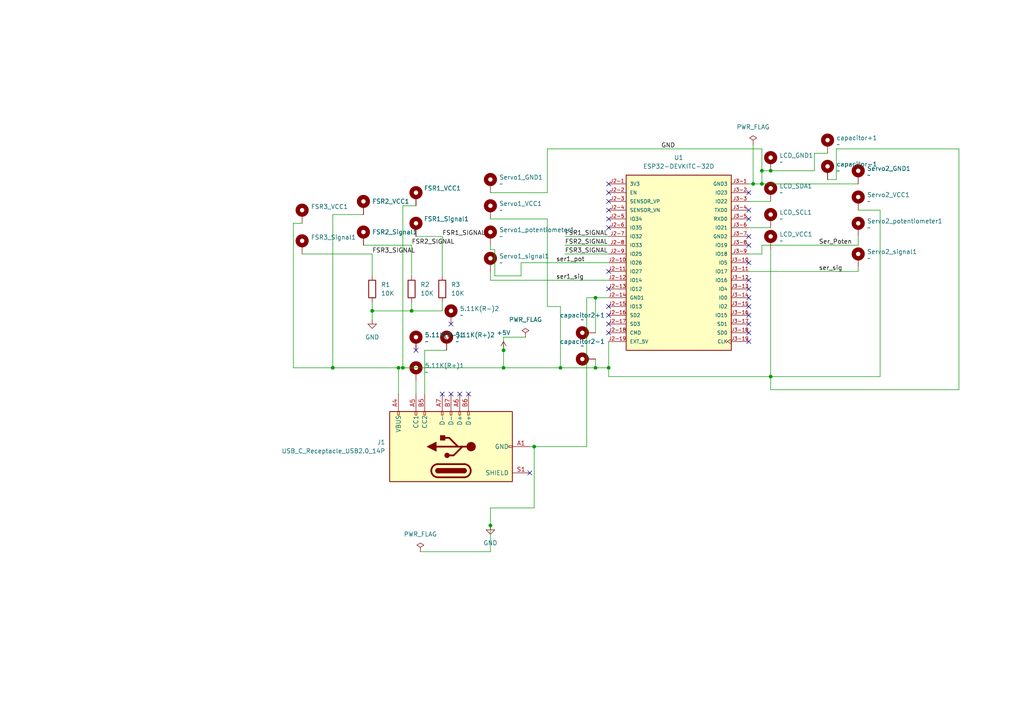
<source format=kicad_sch>
(kicad_sch (version 20250114) (generator "eeschema") (generator_version "9.0")
  (paper "A4")
  (lib_symbols
    (symbol "Connector:USB_C_Receptacle_USB2.0_14P" (pin_names (offset 1.016))
      (property "Reference" "J" (at 0 22.225 0))
      (property "Value" "USB_C_Receptacle_USB2.0_14P" (at 0 19.685 0))
      (symbol "USB_C_Receptacle_USB2.0_14P_0_0"
        (rectangle (start -0.254 -17.78) (end 0.254 -16.764))
        (rectangle (start 10.16 15.494) (end 9.144 14.986))
        (rectangle (start 10.16 10.414) (end 9.144 9.906))
        (rectangle (start 10.16 7.874) (end 9.144 7.366))
        (rectangle (start 10.16 2.794) (end 9.144 2.286))
        (rectangle (start 10.16 0.254) (end 9.144 -0.254))
        (rectangle (start 10.16 -2.286) (end 9.144 -2.794))
        (rectangle (start 10.16 -4.826) (end 9.144 -5.334))
      )
      (symbol "USB_C_Receptacle_USB2.0_14P_0_1"
        (rectangle (start -10.16 17.78) (end 10.16 -17.78) (stroke (width 0.254)) (fill (type background)))
        (polyline (pts (xy -8.89 -3.81) (xy -8.89 3.81)) (stroke (width 0.508)))
        (rectangle (start -7.62 -3.81) (end -6.35 3.81) (stroke (width 0.254)) (fill (type outline)))
        (arc (start -7.62 3.81) (mid -6.985 4.4423) (end -6.35 3.81) (stroke (width 0.254)))
        (arc (start -7.62 3.81) (mid -6.985 4.4423) (end -6.35 3.81) (stroke (width 0.254)) (fill (type outline)))
        (arc (start -8.89 3.81) (mid -6.985 5.7067) (end -5.08 3.81) (stroke (width 0.508)))
        (arc (start -5.08 -3.81) (mid -6.985 -5.7067) (end -8.89 -3.81) (stroke (width 0.508)))
        (arc (start -6.35 -3.81) (mid -6.985 -4.4423) (end -7.62 -3.81) (stroke (width 0.254)))
        (arc (start -6.35 -3.81) (mid -6.985 -4.4423) (end -7.62 -3.81) (stroke (width 0.254)) (fill (type outline)))
        (polyline (pts (xy -5.08 3.81) (xy -5.08 -3.81)) (stroke (width 0.508)))
        (circle (center -2.54 1.143) (radius 0.635) (stroke (width 0.254)) (fill (type outline)))
        (polyline (pts (xy -1.27 4.318) (xy 0 6.858) (xy 1.27 4.318) (xy -1.27 4.318)) (stroke (width 0.254)) (fill (type outline)))
        (polyline (pts (xy 0 -2.032) (xy 2.54 0.508) (xy 2.54 1.778)) (stroke (width 0.508)))
        (polyline (pts (xy 0 -3.302) (xy -2.54 -0.762) (xy -2.54 0.508)) (stroke (width 0.508)))
        (polyline (pts (xy 0 -5.842) (xy 0 4.318)) (stroke (width 0.508)))
        (circle (center 0 -5.842) (radius 1.27) (fill (type outline)))
        (rectangle (start 1.905 1.778) (end 3.175 3.048) (stroke (width 0.254)) (fill (type outline)))
      )
      (symbol "USB_C_Receptacle_USB2.0_14P_1_1"
        (pin passive line (at -7.62 -22.86 90) (length 5.08) (name "SHIELD") (number "S1"))
        (pin passive line (at 0 -22.86 90) (length 5.08) (name "GND") (number "A1"))
        (pin passive line (at 0 -22.86 90) (length 5.08) (hide yes) (name "GND") (number "A12"))
        (pin passive line (at 0 -22.86 90) (length 5.08) (hide yes) (name "GND") (number "B1"))
        (pin passive line (at 0 -22.86 90) (length 5.08) (hide yes) (name "GND") (number "B12"))
        (pin passive line (at 15.24 15.24 180) (length 5.08) (name "VBUS") (number "A4"))
        (pin passive line (at 15.24 15.24 180) (length 5.08) (hide yes) (name "VBUS") (number "A9"))
        (pin passive line (at 15.24 15.24 180) (length 5.08) (hide yes) (name "VBUS") (number "B4"))
        (pin passive line (at 15.24 15.24 180) (length 5.08) (hide yes) (name "VBUS") (number "B9"))
        (pin bidirectional line (at 15.24 10.16 180) (length 5.08) (name "CC1") (number "A5"))
        (pin bidirectional line (at 15.24 7.62 180) (length 5.08) (name "CC2") (number "B5"))
        (pin bidirectional line (at 15.24 2.54 180) (length 5.08) (name "D-") (number "A7"))
        (pin bidirectional line (at 15.24 0 180) (length 5.08) (name "D-") (number "B7"))
        (pin bidirectional line (at 15.24 -2.54 180) (length 5.08) (name "D+") (number "A6"))
        (pin bidirectional line (at 15.24 -5.08 180) (length 5.08) (name "D+") (number "B6"))
      )
    )
    (symbol "Device:R" (pin_numbers (hide yes)) (pin_names (offset 0))
      (property "Reference" "R" (at 2.032 0 90))
      (property "Value" "R" (at 0 0 90))
      (symbol "R_0_1"
        (rectangle (start -1.016 -2.54) (end 1.016 2.54) (stroke (width 0.254)))
      )
      (symbol "R_1_1"
        (pin passive line (at 0 3.81 270) (length 1.27) (name "~") (number "1"))
        (pin passive line (at 0 -3.81 90) (length 1.27) (name "~") (number "2"))
      )
    )
    (symbol "ESP32-DEVKITC-32D:ESP32-DEVKITC-32D" (pin_names (offset 1.016))
      (property "Reference" "U" (at -15.2572 26.0643 0))
      (property "Value" "ESP32-DEVKITC-32D" (at -15.2563 -27.9698 0))
      (symbol "ESP32-DEVKITC-32D_0_0"
        (rectangle (start -15.24 -25.4) (end 15.24 25.4) (stroke (width 0.254)) (fill (type background)))
        (pin power_in line (at -20.32 22.86 0) (length 5.08) (name "3V3") (number "J2-1"))
        (pin input line (at -20.32 20.32 0) (length 5.08) (name "EN") (number "J2-2"))
        (pin input line (at -20.32 17.78 0) (length 5.08) (name "SENSOR_VP") (number "J2-3"))
        (pin input line (at -20.32 15.24 0) (length 5.08) (name "SENSOR_VN") (number "J2-4"))
        (pin bidirectional line (at -20.32 12.7 0) (length 5.08) (name "IO34") (number "J2-5"))
        (pin bidirectional line (at -20.32 10.16 0) (length 5.08) (name "IO35") (number "J2-6"))
        (pin bidirectional line (at -20.32 7.62 0) (length 5.08) (name "IO32") (number "J2-7"))
        (pin bidirectional line (at -20.32 5.08 0) (length 5.08) (name "IO33") (number "J2-8"))
        (pin bidirectional line (at -20.32 2.54 0) (length 5.08) (name "IO25") (number "J2-9"))
        (pin bidirectional line (at -20.32 0 0) (length 5.08) (name "IO26") (number "J2-10"))
        (pin bidirectional line (at -20.32 -2.54 0) (length 5.08) (name "IO27") (number "J2-11"))
        (pin bidirectional line (at -20.32 -5.08 0) (length 5.08) (name "IO14") (number "J2-12"))
        (pin bidirectional line (at -20.32 -7.62 0) (length 5.08) (name "IO12") (number "J2-13"))
        (pin power_in line (at -20.32 -10.16 0) (length 5.08) (name "GND1") (number "J2-14"))
        (pin bidirectional line (at -20.32 -12.7 0) (length 5.08) (name "IO13") (number "J2-15"))
        (pin bidirectional line (at -20.32 -15.24 0) (length 5.08) (name "SD2") (number "J2-16"))
        (pin bidirectional line (at -20.32 -17.78 0) (length 5.08) (name "SD3") (number "J2-17"))
        (pin bidirectional line (at -20.32 -20.32 0) (length 5.08) (name "CMD") (number "J2-18"))
        (pin power_in line (at -20.32 -22.86 0) (length 5.08) (name "EXT_5V") (number "J2-19"))
        (pin power_in line (at 20.32 22.86 180) (length 5.08) (name "GND3") (number "J3-1"))
        (pin bidirectional line (at 20.32 20.32 180) (length 5.08) (name "IO23") (number "J3-2"))
        (pin bidirectional line (at 20.32 17.78 180) (length 5.08) (name "IO22") (number "J3-3"))
        (pin output line (at 20.32 15.24 180) (length 5.08) (name "TXD0") (number "J3-4"))
        (pin input line (at 20.32 12.7 180) (length 5.08) (name "RXD0") (number "J3-5"))
        (pin bidirectional line (at 20.32 10.16 180) (length 5.08) (name "IO21") (number "J3-6"))
        (pin power_in line (at 20.32 7.62 180) (length 5.08) (name "GND2") (number "J3-7"))
        (pin bidirectional line (at 20.32 5.08 180) (length 5.08) (name "IO19") (number "J3-8"))
        (pin bidirectional line (at 20.32 2.54 180) (length 5.08) (name "IO18") (number "J3-9"))
        (pin bidirectional line (at 20.32 0 180) (length 5.08) (name "IO5") (number "J3-10"))
        (pin bidirectional line (at 20.32 -2.54 180) (length 5.08) (name "IO17") (number "J3-11"))
        (pin bidirectional line (at 20.32 -5.08 180) (length 5.08) (name "IO16") (number "J3-12"))
        (pin bidirectional line (at 20.32 -7.62 180) (length 5.08) (name "IO4") (number "J3-13"))
        (pin bidirectional line (at 20.32 -10.16 180) (length 5.08) (name "IO0") (number "J3-14"))
        (pin bidirectional line (at 20.32 -12.7 180) (length 5.08) (name "IO2") (number "J3-15"))
        (pin bidirectional line (at 20.32 -15.24 180) (length 5.08) (name "IO15") (number "J3-16"))
        (pin bidirectional line (at 20.32 -17.78 180) (length 5.08) (name "SD1") (number "J3-17"))
        (pin bidirectional line (at 20.32 -20.32 180) (length 5.08) (name "SD0") (number "J3-18"))
        (pin input clock (at 20.32 -22.86 180) (length 5.08) (name "CLK") (number "J3-19"))
      )
    )
    (symbol "Mechanical:MountingHole_Pad" (pin_numbers (hide yes)) (pin_names (offset 1.016) (hide yes)) (in_bom no)
      (property "Reference" "H" (at 0 6.35 0))
      (property "Value" "MountingHole_Pad" (at 0 4.445 0))
      (symbol "MountingHole_Pad_0_1"
        (circle (center 0 1.27) (radius 1.27) (stroke (width 1.27)))
      )
      (symbol "MountingHole_Pad_1_1"
        (pin input line (at 0 -2.54 90) (length 2.54) (name "1") (number "1"))
      )
    )
    (symbol "power:+5V" (power) (pin_numbers (hide yes)) (pin_names (offset 0) (hide yes))
      (property "Value" "+5V" (at 0 3.556 0))
      (symbol "+5V_0_1"
        (polyline (pts (xy -0.762 1.27) (xy 0 2.54)))
        (polyline (pts (xy 0 2.54) (xy 0.762 1.27)))
        (polyline (pts (xy 0 0) (xy 0 2.54)))
      )
      (symbol "+5V_1_1"
        (pin power_in line (at 0 0 90) (length 0) (name "~") (number "1"))
      )
    )
    (symbol "power:GND" (power) (pin_numbers (hide yes)) (pin_names (offset 0) (hide yes))
      (property "Value" "GND" (at 0 -3.81 0))
      (symbol "GND_0_1"
        (polyline (pts (xy 0 0) (xy 0 -1.27) (xy 1.27 -1.27) (xy 0 -2.54) (xy -1.27 -1.27) (xy 0 -1.27)))
      )
      (symbol "GND_1_1"
        (pin power_in line (at 0 0 270) (length 0) (name "~") (number "1"))
      )
    )
    (symbol "power:PWR_FLAG" (power) (pin_numbers (hide yes)) (pin_names (offset 0) (hide yes))
      (property "Value" "PWR_FLAG" (at 0 3.81 0))
      (symbol "PWR_FLAG_0_0"
        (pin power_out line (at 0 0 90) (length 0) (name "~") (number "1"))
      )
      (symbol "PWR_FLAG_0_1"
        (polyline (pts (xy 0 0) (xy 0 1.27) (xy -1.016 1.905) (xy 0 2.54) (xy 1.016 1.905) (xy 0 1.27)))
      )
    )
  )
  (junction (at 107.95 90.17))
  (junction (at 146.05 101.6))
  (junction (at 172.72 86.36))
  (junction (at 115.57 106.68))
  (junction (at 176.53 106.68))
  (junction (at 218.44 53.34))
  (junction (at 119.38 90.17))
  (junction (at 96.52 106.68))
  (junction (at 223.52 49.53))
  (junction (at 220.98 53.34))
  (junction (at 116.84 106.68))
  (junction (at 154.94 129.54))
  (junction (at 142.24 152.4))
  (junction (at 172.72 106.68))
  (junction (at 146.05 106.68))
  (junction (at 220.98 49.53))
  (junction (at 223.52 109.22))
  (junction (at 162.56 106.68))
  (no_connect (at 176.53 88.9))
  (no_connect (at 217.17 55.88))
  (no_connect (at 176.53 55.88))
  (no_connect (at 217.17 76.2))
  (no_connect (at 176.53 63.5))
  (no_connect (at 176.53 60.96))
  (no_connect (at 217.17 63.5))
  (no_connect (at 130.81 93.98))
  (no_connect (at 217.17 68.58))
  (no_connect (at 217.17 60.96))
  (no_connect (at 176.53 96.52))
  (no_connect (at 176.53 58.42))
  (no_connect (at 217.17 83.82))
  (no_connect (at 217.17 99.06))
  (no_connect (at 120.65 101.6))
  (no_connect (at 176.53 93.98))
  (no_connect (at 217.17 86.36))
  (no_connect (at 217.17 71.12))
  (no_connect (at 176.53 83.82))
  (no_connect (at 130.81 114.3))
  (no_connect (at 133.35 114.3))
  (no_connect (at 153.67 137.16))
  (no_connect (at 176.53 53.34))
  (no_connect (at 217.17 93.98))
  (no_connect (at 217.17 96.52))
  (no_connect (at 176.53 91.44))
  (no_connect (at 176.53 78.74))
  (no_connect (at 217.17 88.9))
  (no_connect (at 135.89 114.3))
  (no_connect (at 217.17 91.44))
  (no_connect (at 128.27 114.3))
  (no_connect (at 217.17 81.28))
  (no_connect (at 176.53 66.04))
  (wire (pts (xy 142.24 63.5) (xy 158.75 63.5)))
  (wire (pts (xy 248.92 71.12) (xy 220.98 71.12)))
  (wire (pts (xy 217.17 53.34) (xy 218.44 53.34)))
  (wire (pts (xy 87.63 73.66) (xy 107.95 73.66)))
  (wire (pts (xy 128.27 90.17) (xy 119.38 90.17)))
  (wire (pts (xy 220.98 49.53) (xy 223.52 49.53)))
  (wire (pts (xy 107.95 87.63) (xy 107.95 90.17)))
  (wire (pts (xy 146.05 101.6) (xy 146.05 106.68)))
  (wire (pts (xy 152.4 97.79) (xy 146.05 97.79)))
  (wire (pts (xy 223.52 109.22) (xy 176.53 109.22)))
  (wire (pts (xy 120.65 68.58) (xy 128.27 68.58)))
  (wire (pts (xy 96.52 106.68) (xy 115.57 106.68)))
  (wire (pts (xy 218.44 41.91) (xy 218.44 53.34)))
  (wire (pts (xy 255.27 60.96) (xy 255.27 109.22)))
  (wire (pts (xy 151.13 76.2) (xy 176.53 76.2)))
  (wire (pts (xy 128.27 87.63) (xy 128.27 90.17)))
  (wire (pts (xy 142.24 152.4) (xy 142.24 160.02)))
  (wire (pts (xy 240.03 44.45) (xy 236.22 44.45)))
  (wire (pts (xy 217.17 58.42) (xy 223.52 58.42)))
  (wire (pts (xy 146.05 97.79) (xy 146.05 101.6)))
  (wire (pts (xy 176.53 109.22) (xy 176.53 106.68)))
  (wire (pts (xy 242.57 43.18) (xy 278.13 43.18)))
  (wire (pts (xy 142.24 78.74) (xy 142.24 81.28)))
  (wire (pts (xy 143.51 80.01) (xy 151.13 80.01)))
  (wire (pts (xy 172.72 86.36) (xy 170.18 86.36)))
  (wire (pts (xy 176.53 99.06) (xy 176.53 106.68)))
  (wire (pts (xy 163.83 68.58) (xy 176.53 68.58)))
  (wire (pts (xy 220.98 71.12) (xy 220.98 73.66)))
  (wire (pts (xy 220.98 43.18) (xy 220.98 49.53)))
  (wire (pts (xy 248.92 68.58) (xy 248.92 71.12)))
  (wire (pts (xy 217.17 66.04) (xy 223.52 66.04)))
  (wire (pts (xy 223.52 72.39) (xy 223.52 109.22)))
  (wire (pts (xy 115.57 114.3) (xy 115.57 106.68)))
  (wire (pts (xy 158.75 88.9) (xy 162.56 88.9)))
  (wire (pts (xy 116.84 59.69) (xy 116.84 106.68)))
  (wire (pts (xy 176.53 86.36) (xy 172.72 86.36)))
  (wire (pts (xy 142.24 147.32) (xy 154.94 147.32)))
  (wire (pts (xy 85.09 64.77) (xy 85.09 106.68)))
  (wire (pts (xy 217.17 78.74) (xy 248.92 78.74)))
  (wire (pts (xy 223.52 49.53) (xy 236.22 49.53)))
  (wire (pts (xy 220.98 49.53) (xy 220.98 53.34)))
  (wire (pts (xy 172.72 106.68) (xy 176.53 106.68)))
  (wire (pts (xy 240.03 52.07) (xy 242.57 52.07)))
  (wire (pts (xy 107.95 73.66) (xy 107.95 80.01)))
  (wire (pts (xy 115.57 106.68) (xy 116.84 106.68)))
  (wire (pts (xy 158.75 63.5) (xy 158.75 88.9)))
  (wire (pts (xy 236.22 44.45) (xy 236.22 49.53)))
  (wire (pts (xy 105.41 71.12) (xy 119.38 71.12)))
  (wire (pts (xy 142.24 81.28) (xy 176.53 81.28)))
  (wire (pts (xy 223.52 109.22) (xy 223.52 113.03)))
  (wire (pts (xy 151.13 80.01) (xy 151.13 76.2)))
  (wire (pts (xy 220.98 53.34) (xy 248.92 53.34)))
  (wire (pts (xy 96.52 106.68) (xy 85.09 106.68)))
  (wire (pts (xy 278.13 113.03) (xy 223.52 113.03)))
  (wire (pts (xy 154.94 129.54) (xy 153.67 129.54)))
  (wire (pts (xy 255.27 109.22) (xy 223.52 109.22)))
  (wire (pts (xy 143.51 72.39) (xy 142.24 72.39)))
  (wire (pts (xy 146.05 106.68) (xy 162.56 106.68)))
  (wire (pts (xy 158.75 55.88) (xy 158.75 43.18)))
  (wire (pts (xy 123.19 101.6) (xy 123.19 114.3)))
  (wire (pts (xy 218.44 53.34) (xy 220.98 53.34)))
  (wire (pts (xy 119.38 71.12) (xy 119.38 80.01)))
  (wire (pts (xy 172.72 86.36) (xy 172.72 96.52)))
  (wire (pts (xy 142.24 55.88) (xy 158.75 55.88)))
  (wire (pts (xy 158.75 43.18) (xy 220.98 43.18)))
  (wire (pts (xy 120.65 110.49) (xy 120.65 114.3)))
  (wire (pts (xy 120.65 59.69) (xy 116.84 59.69)))
  (wire (pts (xy 116.84 106.68) (xy 146.05 106.68)))
  (wire (pts (xy 170.18 129.54) (xy 154.94 129.54)))
  (wire (pts (xy 107.95 90.17) (xy 107.95 92.71)))
  (wire (pts (xy 162.56 106.68) (xy 172.72 106.68)))
  (wire (pts (xy 121.92 160.02) (xy 142.24 160.02)))
  (wire (pts (xy 154.94 147.32) (xy 154.94 129.54)))
  (wire (pts (xy 119.38 87.63) (xy 119.38 90.17)))
  (wire (pts (xy 172.72 104.14) (xy 172.72 106.68)))
  (wire (pts (xy 96.52 62.23) (xy 96.52 106.68)))
  (wire (pts (xy 143.51 80.01) (xy 143.51 72.39)))
  (wire (pts (xy 242.57 52.07) (xy 242.57 43.18)))
  (wire (pts (xy 163.83 71.12) (xy 176.53 71.12)))
  (wire (pts (xy 278.13 43.18) (xy 278.13 113.03)))
  (wire (pts (xy 163.83 73.66) (xy 176.53 73.66)))
  (wire (pts (xy 129.54 101.6) (xy 123.19 101.6)))
  (wire (pts (xy 142.24 147.32) (xy 142.24 152.4)))
  (wire (pts (xy 162.56 88.9) (xy 162.56 106.68)))
  (wire (pts (xy 170.18 86.36) (xy 170.18 129.54)))
  (wire (pts (xy 248.92 78.74) (xy 248.92 77.47)))
  (wire (pts (xy 105.41 62.23) (xy 96.52 62.23)))
  (wire (pts (xy 128.27 80.01) (xy 128.27 68.58)))
  (wire (pts (xy 142.24 72.39) (xy 142.24 71.12)))
  (wire (pts (xy 248.92 60.96) (xy 255.27 60.96)))
  (wire (pts (xy 220.98 73.66) (xy 217.17 73.66)))
  (wire (pts (xy 119.38 90.17) (xy 107.95 90.17)))
  (wire (pts (xy 87.63 64.77) (xy 85.09 64.77)))
  (label "ser1_pot" (at 161.29 76.2 0))
  (label "FSR2_SIGNAL" (at 163.83 71.12 0))
  (label "FSR3_SIGNAL" (at 107.95 73.66 0))
  (label "FSR1_SIGNAL" (at 163.83 68.58 0))
  (label "FSR1_SIGNAL" (at 128.27 68.58 0))
  (label "FSR2_SIGNAL" (at 119.38 71.12 0))
  (label "Ser_Poten" (at 237.49 71.12 0))
  (label "GND" (at 191.77 43.18 0))
  (label "FSR3_SIGNAL" (at 163.83 73.66 0))
  (label "ser1_sig" (at 161.29 81.28 0))
  (label "ser_sig" (at 237.49 78.74 0))
  (symbol (lib_id "Mechanical:MountingHole_Pad") (at 120.65 99.06 0) (unit 1) (in_bom no)
    (property "Reference" "5.11K(R-)1" (at 123.19 97.1549 0) (effects (justify left)))
    (property "Value" "~" (at 123.19 99.06 0) (effects (justify left)))
    (property "Footprint" "MountingHole:MountingHole_2.2mm_M2_DIN965_Pad" (effects (hide yes)))
    (property "Description" "Mounting Hole with connection" (effects (hide yes)))
  )
  (symbol (lib_id "Mechanical:MountingHole_Pad") (at 142.24 60.96 0) (unit 1) (in_bom no)
    (property "Reference" "Servo1_VCC1" (at 144.78 59.0549 0) (effects (justify left)))
    (property "Value" "~" (at 144.78 60.96 0) (effects (justify left)))
    (property "Footprint" "MountingHole:MountingHole_3.5mm_Pad" (effects (hide yes)))
    (property "Description" "Mounting Hole with connection" (effects (hide yes)))
  )
  (symbol (lib_id "Mechanical:MountingHole_Pad") (at 248.92 50.8 0) (unit 1) (in_bom no)
    (property "Reference" "Servo2_GND1" (at 251.46 48.8949 0) (effects (justify left)))
    (property "Value" "~" (at 251.46 50.8 0) (effects (justify left)))
    (property "Footprint" "MountingHole:MountingHole_3.5mm_Pad" (effects (hide yes)))
    (property "Description" "Mounting Hole with connection" (effects (hide yes)))
  )
  (symbol (lib_id "Mechanical:MountingHole_Pad") (at 223.52 46.99 0) (unit 1) (in_bom no)
    (property "Reference" "LCD_GND1" (at 226.06 45.0849 0) (effects (justify left)))
    (property "Value" "~" (at 226.06 46.99 0) (effects (justify left)))
    (property "Footprint" "MountingHole:MountingHole_3.5mm_Pad" (effects (hide yes)))
    (property "Description" "Mounting Hole with connection" (effects (hide yes)))
  )
  (symbol (lib_id "Mechanical:MountingHole_Pad") (at 87.63 71.12 0) (unit 1) (in_bom no)
    (property "Reference" "FSR3_Signal1" (at 90.17 68.834 0) (effects (justify left)))
    (property "Value" "MountingHole_Pad" (effects (hide yes)))
    (property "Footprint" "MountingHole:MountingHole_3.5mm_Pad" (effects (hide yes)))
    (property "Description" "Mounting Hole with connection" (effects (hide yes)))
  )
  (symbol (lib_id "Mechanical:MountingHole_Pad") (at 248.92 74.93 0) (unit 1) (in_bom no)
    (property "Reference" "Servo2_signal1" (at 251.46 73.0249 0) (effects (justify left)))
    (property "Value" "~" (at 251.46 74.93 0) (effects (justify left)))
    (property "Footprint" "MountingHole:MountingHole_3.5mm_Pad" (effects (hide yes)))
    (property "Description" "Mounting Hole with connection" (effects (hide yes)))
  )
  (symbol (lib_id "Mechanical:MountingHole_Pad") (at 142.24 53.34 0) (unit 1) (in_bom no)
    (property "Reference" "Servo1_GND1" (at 144.78 51.4349 0) (effects (justify left)))
    (property "Value" "~" (at 144.78 53.34 0) (effects (justify left)))
    (property "Footprint" "MountingHole:MountingHole_3.5mm_Pad" (effects (hide yes)))
    (property "Description" "Mounting Hole with connection" (effects (hide yes)))
  )
  (symbol (lib_id "power:GND") (at 142.24 152.4 0) (unit 1)
    (property "Reference" "#PWR01" (effects (hide yes)))
    (property "Value" "GND" (at 142.24 157.48 0))
    (property "Description" "Power symbol creates a global label with name \"GND\" , ground" (effects (hide yes)))
  )
  (symbol (lib_id "Mechanical:MountingHole_Pad") (at 223.52 63.5 0) (unit 1) (in_bom no)
    (property "Reference" "LCD_SCL1" (at 226.06 61.5949 0) (effects (justify left)))
    (property "Value" "~" (at 226.06 63.5 0) (effects (justify left)))
    (property "Footprint" "MountingHole:MountingHole_3.5mm_Pad" (effects (hide yes)))
    (property "Description" "Mounting Hole with connection" (effects (hide yes)))
  )
  (symbol (lib_id "Mechanical:MountingHole_Pad") (at 223.52 69.85 0) (unit 1) (in_bom no)
    (property "Reference" "LCD_VCC1" (at 226.06 67.9449 0) (effects (justify left)))
    (property "Value" "~" (at 226.06 69.85 0) (effects (justify left)))
    (property "Footprint" "MountingHole:MountingHole_3.5mm_Pad" (effects (hide yes)))
    (property "Description" "Mounting Hole with connection" (effects (hide yes)))
  )
  (symbol (lib_id "Mechanical:MountingHole_Pad") (at 120.65 107.95 0) (unit 1) (in_bom no)
    (property "Reference" "5.11K(R+)1" (at 123.19 106.0449 0) (effects (justify left)))
    (property "Value" "~" (at 123.19 107.95 0) (effects (justify left)))
    (property "Footprint" "MountingHole:MountingHole_2.2mm_M2_DIN965_Pad" (effects (hide yes)))
    (property "Description" "Mounting Hole with connection" (effects (hide yes)))
  )
  (symbol (lib_id "Connector:USB_C_Receptacle_USB2.0_14P") (at 130.81 129.54 90) (unit 1)
    (property "Reference" "J1" (at 111.76 128.2699 90) (effects (justify left)))
    (property "Value" "USB_C_Receptacle_USB2.0_14P" (at 111.76 130.8099 90) (effects (justify left)))
    (property "Footprint" "Connector_USB:USB_C_Receptacle_GCT_USB4125-xx-x-0190_6P_TopMnt_Horizontal" (effects (hide yes)))
    (property "Datasheet" "https://www.usb.org/sites/default/files/documents/usb_type-c.zip" (effects (hide yes)))
    (property "Description" "USB 2.0-only 14P Type-C Receptacle connector" (effects (hide yes)))
  )
  (symbol (lib_id "Mechanical:MountingHole_Pad") (at 240.03 49.53 0) (unit 1) (in_bom no)
    (property "Reference" "capacitor-1" (at 242.57 47.6249 0) (effects (justify left)))
    (property "Value" "~" (at 242.57 49.53 0) (effects (justify left)))
    (property "Footprint" "MountingHole:MountingHole_2.2mm_M2_DIN965_Pad" (effects (hide yes)))
    (property "Description" "Mounting Hole with connection" (effects (hide yes)))
  )
  (symbol (lib_id "Mechanical:MountingHole_Pad") (at 170.18 96.52 90) (unit 1) (in_bom no)
    (property "Reference" "capacitor2+1" (at 168.91 91.44 90))
    (property "Value" "~" (at 168.91 92.71 90))
    (property "Footprint" "MountingHole:MountingHole_2.2mm_M2_DIN965_Pad" (effects (hide yes)))
    (property "Description" "Mounting Hole with connection" (effects (hide yes)))
  )
  (symbol (lib_id "Mechanical:MountingHole_Pad") (at 223.52 55.88 0) (unit 1) (in_bom no)
    (property "Reference" "LCD_SDA1" (at 226.06 53.9749 0) (effects (justify left)))
    (property "Value" "~" (at 226.06 55.88 0) (effects (justify left)))
    (property "Footprint" "MountingHole:MountingHole_3.5mm_Pad" (effects (hide yes)))
    (property "Description" "Mounting Hole with connection" (effects (hide yes)))
  )
  (symbol (lib_id "Mechanical:MountingHole_Pad") (at 142.24 68.58 0) (unit 1) (in_bom no)
    (property "Reference" "Servo1_potentiometer1" (at 144.78 66.6749 0) (effects (justify left)))
    (property "Value" "~" (at 144.78 68.58 0) (effects (justify left)))
    (property "Footprint" "MountingHole:MountingHole_3.5mm_Pad" (effects (hide yes)))
    (property "Description" "Mounting Hole with connection" (effects (hide yes)))
  )
  (symbol (lib_id "power:GND") (at 107.95 92.71 0) (unit 1)
    (property "Reference" "#PWR05" (effects (hide yes)))
    (property "Value" "GND" (at 107.95 97.79 0))
    (property "Description" "Power symbol creates a global label with name \"GND\" , ground" (effects (hide yes)))
  )
  (symbol (lib_id "Device:R") (at 128.27 83.82 0) (unit 1)
    (property "Reference" "R3" (at 130.81 82.5499 0) (effects (justify left)))
    (property "Value" "10K" (at 130.81 85.0899 0) (effects (justify left)))
    (property "Footprint" "Resistor_THT:R_Axial_DIN0207_L6.3mm_D2.5mm_P10.16mm_Horizontal" (effects (hide yes)))
    (property "Description" "Resistor" (effects (hide yes)))
  )
  (symbol (lib_id "power:+5V") (at 146.05 101.6 0) (unit 1)
    (property "Reference" "#PWR02" (effects (hide yes)))
    (property "Value" "+5V" (at 146.05 96.52 0))
    (property "Description" "Power symbol creates a global label with name \"+5V\"" (effects (hide yes)))
  )
  (symbol (lib_id "Mechanical:MountingHole_Pad") (at 105.41 59.69 0) (unit 1) (in_bom no)
    (property "Reference" "FSR2_VCC1" (at 107.95 58.4199 0) (effects (justify left)))
    (property "Value" "MountingHole_Pad" (effects (hide yes)))
    (property "Footprint" "MountingHole:MountingHole_3.5mm_Pad" (effects (hide yes)))
    (property "Description" "Mounting Hole with connection" (effects (hide yes)))
  )
  (symbol (lib_id "Device:R") (at 119.38 83.82 0) (unit 1)
    (property "Reference" "R2" (at 121.92 82.5499 0) (effects (justify left)))
    (property "Value" "10K" (at 121.92 85.0899 0) (effects (justify left)))
    (property "Footprint" "Resistor_THT:R_Axial_DIN0207_L6.3mm_D2.5mm_P10.16mm_Horizontal" (effects (hide yes)))
    (property "Description" "Resistor" (effects (hide yes)))
  )
  (symbol (lib_id "Mechanical:MountingHole_Pad") (at 248.92 58.42 0) (unit 1) (in_bom no)
    (property "Reference" "Servo2_VCC1" (at 251.46 56.5149 0) (effects (justify left)))
    (property "Value" "~" (at 251.46 58.42 0) (effects (justify left)))
    (property "Footprint" "MountingHole:MountingHole_3.5mm_Pad" (effects (hide yes)))
    (property "Description" "Mounting Hole with connection" (effects (hide yes)))
  )
  (symbol (lib_id "Mechanical:MountingHole_Pad") (at 170.18 104.14 90) (unit 1) (in_bom no)
    (property "Reference" "capacitor2-1" (at 168.91 99.06 90))
    (property "Value" "~" (at 168.91 100.33 90))
    (property "Footprint" "MountingHole:MountingHole_2.2mm_M2_DIN965_Pad" (effects (hide yes)))
    (property "Description" "Mounting Hole with connection" (effects (hide yes)))
  )
  (symbol (lib_id "Mechanical:MountingHole_Pad") (at 120.65 66.04 0) (unit 1) (in_bom no)
    (property "Reference" "FSR1_Signal1" (at 122.936 63.5 0) (effects (justify left)))
    (property "Value" "MountingHole_Pad" (effects (hide yes)))
    (property "Footprint" "MountingHole:MountingHole_3.5mm_Pad" (effects (hide yes)))
    (property "Description" "Mounting Hole with connection" (effects (hide yes)))
  )
  (symbol (lib_id "Mechanical:MountingHole_Pad") (at 87.63 62.23 0) (unit 1) (in_bom no)
    (property "Reference" "FSR3_VCC1" (at 90.17 59.944 0) (effects (justify left)))
    (property "Value" "MountingHole_Pad" (effects (hide yes)))
    (property "Footprint" "MountingHole:MountingHole_3.5mm_Pad" (effects (hide yes)))
    (property "Description" "Mounting Hole with connection" (effects (hide yes)))
  )
  (symbol (lib_id "Mechanical:MountingHole_Pad") (at 240.03 41.91 0) (unit 1) (in_bom no)
    (property "Reference" "capacitor+1" (at 242.57 40.0049 0) (effects (justify left)))
    (property "Value" "~" (at 242.57 41.91 0) (effects (justify left)))
    (property "Footprint" "MountingHole:MountingHole_2.2mm_M2_DIN965_Pad" (effects (hide yes)))
    (property "Description" "Mounting Hole with connection" (effects (hide yes)))
  )
  (symbol (lib_id "Mechanical:MountingHole_Pad") (at 130.81 91.44 0) (unit 1) (in_bom no)
    (property "Reference" "5.11K(R-)2" (at 133.35 89.5349 0) (effects (justify left)))
    (property "Value" "~" (at 133.35 91.44 0) (effects (justify left)))
    (property "Footprint" "MountingHole:MountingHole_2.2mm_M2_DIN965_Pad" (effects (hide yes)))
    (property "Description" "Mounting Hole with connection" (effects (hide yes)))
  )
  (symbol (lib_id "Mechanical:MountingHole_Pad") (at 248.92 66.04 0) (unit 1) (in_bom no)
    (property "Reference" "Servo2_potentiometer1" (at 251.46 64.1349 0) (effects (justify left)))
    (property "Value" "~" (at 251.46 66.04 0) (effects (justify left)))
    (property "Footprint" "MountingHole:MountingHole_3.5mm_Pad" (effects (hide yes)))
    (property "Description" "Mounting Hole with connection" (effects (hide yes)))
  )
  (symbol (lib_id "Mechanical:MountingHole_Pad") (at 142.24 76.2 0) (unit 1) (in_bom no)
    (property "Reference" "Servo1_signal1" (at 144.78 74.2949 0) (effects (justify left)))
    (property "Value" "~" (at 144.78 76.2 0) (effects (justify left)))
    (property "Footprint" "MountingHole:MountingHole_3.5mm_Pad" (effects (hide yes)))
    (property "Description" "Mounting Hole with connection" (effects (hide yes)))
  )
  (symbol (lib_id "Mechanical:MountingHole_Pad") (at 105.41 68.58 0) (unit 1) (in_bom no)
    (property "Reference" "FSR2_Signal1" (at 107.95 67.3099 0) (effects (justify left)))
    (property "Value" "MountingHole_Pad" (effects (hide yes)))
    (property "Footprint" "MountingHole:MountingHole_3.5mm_Pad" (effects (hide yes)))
    (property "Description" "Mounting Hole with connection" (effects (hide yes)))
  )
  (symbol (lib_id "Mechanical:MountingHole_Pad") (at 120.65 57.15 0) (unit 1) (in_bom no)
    (property "Reference" "FSR1_VCC1" (at 122.936 54.61 0) (effects (justify left)))
    (property "Value" "MountingHole_Pad" (effects (hide yes)))
    (property "Footprint" "MountingHole:MountingHole_3.5mm_Pad" (effects (hide yes)))
    (property "Description" "Mounting Hole with connection" (effects (hide yes)))
  )
  (symbol (lib_id "ESP32-DEVKITC-32D:ESP32-DEVKITC-32D") (at 196.85 76.2 0) (unit 1)
    (property "Reference" "U1" (at 196.85 45.72 0))
    (property "Value" "ESP32-DEVKITC-32D" (at 196.85 48.26 0))
    (property "Footprint" "ESP32-DEVKITC-32D:MODULE_ESP32-DEVKITC-32D" (effects (hide yes)))
    (property "MF" "Espressif Systems" (effects (hide yes)))
    (property "MAXIMUM_PACKAGE_HEIGHT" "N/A" (effects (hide yes)))
    (property "Package" "None" (effects (hide yes)))
    (property "Price" "None" (effects (hide yes)))
    (property "Check_prices" "https://www.snapeda.com/parts/ESP32-DEVKITC-32D/Espressif+Systems/view-part/?ref=eda" (effects (hide yes)))
    (property "STANDARD" "Manufacturer Recommendations" (effects (hide yes)))
    (property "PARTREV" "V4" (effects (hide yes)))
    (property "SnapEDA_Link" "https://www.snapeda.com/parts/ESP32-DEVKITC-32D/Espressif+Systems/view-part/?ref=snap" (effects (hide yes)))
    (property "MP" "ESP32-DEVKITC-32D" (effects (hide yes)))
    (property "Description_1" "WiFi Development Tools (802.11) ESP32 General Development Kit, ESP32-WROOM-32D on the board" (effects (hide yes)))
    (property "MANUFACTURER" "Espressif Systems" (effects (hide yes)))
    (property "Availability" "In Stock" (effects (hide yes)))
    (property "SNAPEDA_PN" "ESP32-DEVKITC-32D" (effects (hide yes)))
  )
  (symbol (lib_id "power:PWR_FLAG") (at 218.44 41.91 0) (unit 1)
    (property "Reference" "#FLG03" (effects (hide yes)))
    (property "Value" "PWR_FLAG" (at 218.44 36.83 0))
    (property "Description" "Special symbol for telling ERC where power comes from" (effects (hide yes)))
  )
  (symbol (lib_id "Mechanical:MountingHole_Pad") (at 129.54 99.06 0) (unit 1) (in_bom no)
    (property "Reference" "5.11K(R+)2" (at 132.08 97.1549 0) (effects (justify left)))
    (property "Value" "~" (at 132.08 99.06 0) (effects (justify left)))
    (property "Footprint" "MountingHole:MountingHole_2.2mm_M2_DIN965_Pad" (effects (hide yes)))
    (property "Description" "Mounting Hole with connection" (effects (hide yes)))
  )
  (symbol (lib_id "power:PWR_FLAG") (at 121.92 160.02 0) (unit 1)
    (property "Reference" "#FLG01" (effects (hide yes)))
    (property "Value" "PWR_FLAG" (at 121.92 154.94 0))
    (property "Description" "Special symbol for telling ERC where power comes from" (effects (hide yes)))
  )
  (symbol (lib_id "power:PWR_FLAG") (at 152.4 97.79 0) (unit 1)
    (property "Reference" "#FLG02" (effects (hide yes)))
    (property "Value" "PWR_FLAG" (at 152.4 92.71 0))
    (property "Description" "Special symbol for telling ERC where power comes from" (effects (hide yes)))
  )
  (symbol (lib_id "Device:R") (at 107.95 83.82 0) (unit 1)
    (property "Reference" "R1" (at 110.49 82.5499 0) (effects (justify left)))
    (property "Value" "10K" (at 110.49 85.0899 0) (effects (justify left)))
    (property "Footprint" "Resistor_THT:R_Axial_DIN0207_L6.3mm_D2.5mm_P10.16mm_Horizontal" (effects (hide yes)))
    (property "Description" "Resistor" (effects (hide yes)))
  )
)
</source>
